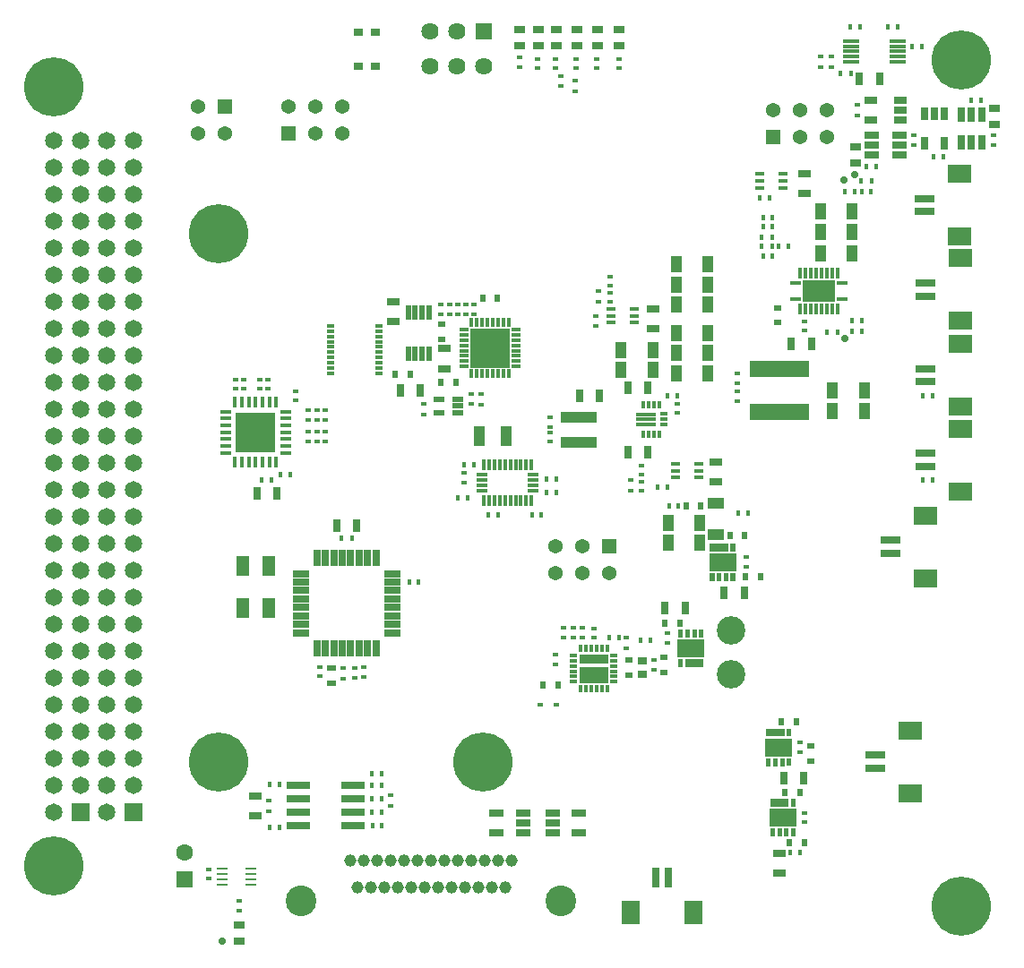
<source format=gts>
G04*
G04 #@! TF.GenerationSoftware,Altium Limited,Altium Designer,19.1.5 (86)*
G04*
G04 Layer_Color=8388736*
%FSLAX44Y44*%
%MOMM*%
G71*
G01*
G75*
%ADD21R,1.0000X1.6000*%
%ADD22R,0.8000X1.3000*%
%ADD23R,1.1112X0.2540*%
%ADD24R,1.6000X1.0000*%
%ADD25R,0.4500X0.6000*%
%ADD26R,0.4000X0.6000*%
%ADD27R,0.6000X0.8000*%
%ADD28R,1.3000X0.8000*%
%ADD32R,0.6000X0.4000*%
%ADD40R,0.8000X0.6000*%
%ADD41R,0.6000X0.4500*%
%ADD43R,0.5032X0.3556*%
%ADD48R,0.9000X0.5000*%
%ADD51R,0.7000X1.3000*%
%ADD57R,1.3000X0.7000*%
%ADD79R,0.4016X0.7016*%
%ADD80R,1.7016X0.7016*%
%ADD81R,2.5016X1.7016*%
%ADD82R,0.8016X1.9016*%
%ADD83R,1.7016X2.3016*%
%ADD84R,0.3616X1.0016*%
%ADD85R,1.0016X0.3616*%
%ADD86R,3.0516X2.0516*%
%ADD87C,0.7016*%
%ADD88R,0.9016X0.6516*%
%ADD89R,1.2016X0.7016*%
%ADD90R,0.8516X0.8016*%
%ADD91R,1.1416X0.4316*%
%ADD92R,0.4316X1.1416*%
%ADD93R,3.8016X3.8016*%
%ADD94R,2.3016X0.7016*%
%ADD95R,5.6016X1.5316*%
%ADD96R,1.0016X0.8016*%
%ADD97R,1.3716X0.6604*%
%ADD98R,1.5516X0.4016*%
%ADD99R,0.7016X1.2016*%
%ADD100R,0.6604X1.3716*%
%ADD101R,0.9416X0.3616*%
%ADD102R,0.3616X0.9416*%
%ADD103R,3.7016X3.7016*%
%ADD104R,0.5516X1.4516*%
%ADD105R,1.1016X0.5716*%
%ADD106R,1.1016X0.3516*%
%ADD107R,0.3516X1.1016*%
%ADD108R,3.5016X1.0816*%
%ADD109R,0.8016X0.4016*%
%ADD110R,1.9016X0.8016*%
%ADD111R,2.3016X1.7016*%
%ADD112R,1.3216X0.7016*%
%ADD113R,1.3016X1.9016*%
%ADD114R,1.6016X0.6516*%
%ADD115R,0.6516X1.6016*%
%ADD116R,1.1016X1.9016*%
%ADD117R,0.9516X0.4516*%
%ADD118R,0.3416X0.7016*%
%ADD119R,0.7016X0.3416*%
%ADD120R,1.8916X0.3216*%
%ADD121R,2.8016X0.9516*%
%ADD122R,2.8016X1.5516*%
%ADD123R,0.3416X0.6766*%
%ADD124R,0.6766X0.3416*%
%ADD125C,1.1684*%
%ADD126C,2.8956*%
%ADD127C,1.3716*%
%ADD128R,1.3716X1.3716*%
%ADD129R,1.6256X1.6256*%
%ADD130C,1.6256*%
%ADD131C,2.6924*%
%ADD132R,1.6516X1.6516*%
%ADD133C,1.6516*%
%ADD134C,0.1016*%
%ADD135C,1.6016*%
%ADD136R,1.6016X1.6016*%
%ADD137C,5.6016*%
G36*
X745549Y144927D02*
X741140D01*
Y152320D01*
X745549D01*
Y144927D01*
D02*
G37*
G36*
X739043Y144925D02*
X721640D01*
Y152320D01*
X739043D01*
Y144925D01*
D02*
G37*
G36*
X745542Y116917D02*
X741140D01*
Y124320D01*
X745542D01*
Y116917D01*
D02*
G37*
G36*
X739048Y116894D02*
X734640D01*
Y124320D01*
X739048D01*
Y116894D01*
D02*
G37*
G36*
X726028Y116893D02*
X721640D01*
Y124320D01*
X726028D01*
Y116893D01*
D02*
G37*
G36*
X732538Y116889D02*
X728140D01*
Y124320D01*
X732538D01*
Y116889D01*
D02*
G37*
G36*
X741621Y211149D02*
X737213D01*
Y218542D01*
X741621D01*
Y211149D01*
D02*
G37*
G36*
X735115Y211147D02*
X717712D01*
Y218542D01*
X735115D01*
Y211147D01*
D02*
G37*
G36*
X741615Y183138D02*
X737213D01*
Y190541D01*
X741615D01*
Y183138D01*
D02*
G37*
G36*
X735121Y183115D02*
X730713D01*
Y190541D01*
X735121D01*
Y183115D01*
D02*
G37*
G36*
X722101Y183114D02*
X717712D01*
Y190541D01*
X722101D01*
Y183114D01*
D02*
G37*
G36*
X728611Y183111D02*
X724212D01*
Y190541D01*
X728611D01*
Y183111D01*
D02*
G37*
G36*
X658634Y304984D02*
X654246D01*
Y312411D01*
X658634D01*
Y304984D01*
D02*
G37*
G36*
X652134D02*
X647736D01*
Y312415D01*
X652134D01*
Y304984D01*
D02*
G37*
G36*
X645634D02*
X641226D01*
Y312410D01*
X645634D01*
Y304984D01*
D02*
G37*
G36*
X639134D02*
X634732D01*
Y312387D01*
X639134D01*
Y304984D01*
D02*
G37*
G36*
X658634Y276984D02*
X641231D01*
Y284379D01*
X658634D01*
Y276984D01*
D02*
G37*
G36*
X639134D02*
X634725D01*
Y284377D01*
X639134D01*
Y276984D01*
D02*
G37*
G36*
X688478Y386227D02*
X684070D01*
Y393620D01*
X688478D01*
Y386227D01*
D02*
G37*
G36*
X681972Y386225D02*
X664570D01*
Y393620D01*
X681972D01*
Y386225D01*
D02*
G37*
G36*
X688472Y358217D02*
X684070D01*
Y365620D01*
X688472D01*
Y358217D01*
D02*
G37*
G36*
X681978Y358194D02*
X677570D01*
Y365620D01*
X681978D01*
Y358194D01*
D02*
G37*
G36*
X668958Y358193D02*
X664570D01*
Y365620D01*
X668958D01*
Y358193D01*
D02*
G37*
G36*
X675468Y358189D02*
X671070D01*
Y365620D01*
X675468D01*
Y358189D01*
D02*
G37*
D21*
X655080Y394138D02*
D03*
X625080D02*
D03*
X655080Y413258D02*
D03*
X625080D02*
D03*
X662616Y657338D02*
D03*
X632616D02*
D03*
X662616Y638275D02*
D03*
X632616D02*
D03*
X662616Y619212D02*
D03*
X632616D02*
D03*
X580630Y576250D02*
D03*
X610630D02*
D03*
X580630Y557700D02*
D03*
X610630D02*
D03*
X799133Y687914D02*
D03*
X769133D02*
D03*
X799133Y668169D02*
D03*
X769133D02*
D03*
X799133Y707659D02*
D03*
X769133D02*
D03*
X632616Y592813D02*
D03*
X662616D02*
D03*
X632616Y573750D02*
D03*
X662616D02*
D03*
X632616Y554687D02*
D03*
X662616D02*
D03*
X780465Y518411D02*
D03*
X810465D02*
D03*
X780465Y538168D02*
D03*
X810465D02*
D03*
D22*
X824840Y833120D02*
D03*
X805840D02*
D03*
X372046Y538374D02*
D03*
X391046D02*
D03*
X236359Y440704D02*
D03*
X255359D02*
D03*
X605751Y540690D02*
D03*
X586751D02*
D03*
X330748Y410718D02*
D03*
X311748D02*
D03*
X734472Y171744D02*
D03*
X753472D02*
D03*
X605751Y479730D02*
D03*
X586751D02*
D03*
X677824Y347050D02*
D03*
X696824D02*
D03*
X640944Y332204D02*
D03*
X621944D02*
D03*
D23*
X230924Y71240D02*
D03*
Y76240D02*
D03*
Y81240D02*
D03*
Y86240D02*
D03*
X203924D02*
D03*
Y81240D02*
D03*
Y76240D02*
D03*
Y71240D02*
D03*
D24*
X669828Y401560D02*
D03*
Y431560D02*
D03*
D25*
X690894Y422640D02*
D03*
X700894D02*
D03*
X240446Y453404D02*
D03*
X250446D02*
D03*
X798553Y604187D02*
D03*
X808553D02*
D03*
X798553Y594027D02*
D03*
X808553D02*
D03*
X785360Y593217D02*
D03*
X775360D02*
D03*
X797994Y838200D02*
D03*
X787994D02*
D03*
X614760Y446859D02*
D03*
X624760D02*
D03*
X721304Y720700D02*
D03*
X711304D02*
D03*
X316248Y398780D02*
D03*
X326248D02*
D03*
X875444Y759460D02*
D03*
X885444D02*
D03*
X431880Y467900D02*
D03*
X441880D02*
D03*
X454804Y421000D02*
D03*
X464804D02*
D03*
X807137Y736600D02*
D03*
X817137D02*
D03*
X713633Y674208D02*
D03*
X723633D02*
D03*
X713633Y682797D02*
D03*
X723633D02*
D03*
D26*
X625968Y429260D02*
D03*
X634968D02*
D03*
X740784Y101600D02*
D03*
X749784D02*
D03*
X821440Y750206D02*
D03*
X812440D02*
D03*
X797244Y881700D02*
D03*
X806244D02*
D03*
X258950Y458400D02*
D03*
X267950D02*
D03*
X380248Y357104D02*
D03*
X389248D02*
D03*
X354034Y176144D02*
D03*
X345034D02*
D03*
Y164714D02*
D03*
X354034D02*
D03*
Y152014D02*
D03*
X345034D02*
D03*
X354044Y139834D02*
D03*
X345044D02*
D03*
X345614Y126614D02*
D03*
X354614D02*
D03*
X257514Y165984D02*
D03*
X248514D02*
D03*
X257514Y125344D02*
D03*
X248514D02*
D03*
X841804Y881700D02*
D03*
X832804D02*
D03*
X864544Y863600D02*
D03*
X855544D02*
D03*
X911424Y812800D02*
D03*
X920424D02*
D03*
X510104Y454277D02*
D03*
X519104D02*
D03*
X569489Y304264D02*
D03*
X578489D02*
D03*
X608004Y301724D02*
D03*
X599004D02*
D03*
X865704Y453400D02*
D03*
X874704D02*
D03*
X865704Y533400D02*
D03*
X874704D02*
D03*
X426284Y436880D02*
D03*
X435284D02*
D03*
X505354Y421000D02*
D03*
X496354D02*
D03*
X519104Y441960D02*
D03*
X510104D02*
D03*
X807940Y726440D02*
D03*
X816940D02*
D03*
X723883Y693237D02*
D03*
X714883D02*
D03*
X723883Y665619D02*
D03*
X714883D02*
D03*
X738630Y674208D02*
D03*
X729630D02*
D03*
X792397Y726440D02*
D03*
X801397D02*
D03*
X723883Y701826D02*
D03*
X714883D02*
D03*
X624404Y533400D02*
D03*
X633404D02*
D03*
D27*
X642030Y429260D02*
D03*
X656030D02*
D03*
X753876Y110980D02*
D03*
X739876D02*
D03*
X749456Y158280D02*
D03*
X735456D02*
D03*
X712371Y361920D02*
D03*
X698371D02*
D03*
X449720Y625280D02*
D03*
X463720D02*
D03*
X367334Y553324D02*
D03*
X381334D02*
D03*
X424514Y545778D02*
D03*
X410514D02*
D03*
X745972Y225084D02*
D03*
X731972D02*
D03*
X697399Y401320D02*
D03*
X683399D02*
D03*
X621904Y318044D02*
D03*
X635904D02*
D03*
X506884Y259708D02*
D03*
X520884D02*
D03*
D28*
X730340Y100940D02*
D03*
Y81940D02*
D03*
X235234Y136164D02*
D03*
Y155164D02*
D03*
X365500Y622148D02*
D03*
Y603148D02*
D03*
X413330Y558748D02*
D03*
Y577748D02*
D03*
D32*
X753876Y138920D02*
D03*
Y129920D02*
D03*
X699304Y380620D02*
D03*
Y371620D02*
D03*
X301390Y519664D02*
D03*
Y510664D02*
D03*
X272978Y528660D02*
D03*
Y537660D02*
D03*
X215908Y548699D02*
D03*
Y539699D02*
D03*
X223528Y548699D02*
D03*
Y539699D02*
D03*
X239060Y548699D02*
D03*
Y539699D02*
D03*
X246680Y548699D02*
D03*
Y539699D02*
D03*
X292958Y510704D02*
D03*
Y519704D02*
D03*
X284814Y510744D02*
D03*
Y519744D02*
D03*
X292958Y490383D02*
D03*
Y499383D02*
D03*
X284814Y490384D02*
D03*
Y499384D02*
D03*
X301390Y490344D02*
D03*
Y499344D02*
D03*
X296198Y267864D02*
D03*
Y276864D02*
D03*
X337378Y267264D02*
D03*
Y276264D02*
D03*
X690270Y554379D02*
D03*
Y545379D02*
D03*
Y537179D02*
D03*
Y528179D02*
D03*
X753910Y594628D02*
D03*
Y603628D02*
D03*
X518832Y851973D02*
D03*
Y842973D02*
D03*
X501527Y851973D02*
D03*
Y842973D02*
D03*
X484509Y852973D02*
D03*
Y843973D02*
D03*
X538443Y851973D02*
D03*
Y842973D02*
D03*
X557780Y851973D02*
D03*
Y842973D02*
D03*
X578595Y851973D02*
D03*
Y842973D02*
D03*
X523403Y835080D02*
D03*
Y826080D02*
D03*
X857504Y779460D02*
D03*
Y770460D02*
D03*
X932180Y770300D02*
D03*
Y779300D02*
D03*
X513649Y512871D02*
D03*
Y503871D02*
D03*
Y498700D02*
D03*
Y489700D02*
D03*
X438904Y525499D02*
D03*
Y534499D02*
D03*
X441706Y610590D02*
D03*
Y619590D02*
D03*
X433832D02*
D03*
Y610590D02*
D03*
X426281Y619590D02*
D03*
Y610590D02*
D03*
X418473Y619590D02*
D03*
Y610590D02*
D03*
X410464Y619590D02*
D03*
Y610590D02*
D03*
X624654Y299734D02*
D03*
Y308734D02*
D03*
X750093Y196341D02*
D03*
Y205341D02*
D03*
X554864Y304234D02*
D03*
Y313234D02*
D03*
X611767Y274364D02*
D03*
Y283364D02*
D03*
X570484Y630876D02*
D03*
Y621876D02*
D03*
X633730Y525728D02*
D03*
Y516728D02*
D03*
X570484Y645950D02*
D03*
Y636950D02*
D03*
X599484Y452302D02*
D03*
Y443302D02*
D03*
X599520Y467536D02*
D03*
Y458536D02*
D03*
X190500Y85740D02*
D03*
Y76740D02*
D03*
X219649Y55400D02*
D03*
Y46400D02*
D03*
D40*
X728252Y616288D02*
D03*
Y602288D02*
D03*
X410972Y600598D02*
D03*
Y586598D02*
D03*
X759613Y202104D02*
D03*
Y188104D02*
D03*
X621284Y285868D02*
D03*
Y271868D02*
D03*
X588264Y283324D02*
D03*
Y269324D02*
D03*
D41*
X804164Y798373D02*
D03*
Y808373D02*
D03*
X328508Y276124D02*
D03*
Y266124D02*
D03*
X317782Y275564D02*
D03*
Y265564D02*
D03*
X362844Y145664D02*
D03*
Y155664D02*
D03*
X247904Y140724D02*
D03*
Y150724D02*
D03*
X779034Y853758D02*
D03*
Y843758D02*
D03*
X768874Y853758D02*
D03*
Y843758D02*
D03*
X537188Y820983D02*
D03*
Y830983D02*
D03*
X556260Y598981D02*
D03*
Y608981D02*
D03*
X448048Y534999D02*
D03*
Y524999D02*
D03*
X393768Y515828D02*
D03*
Y525828D02*
D03*
X518964Y288944D02*
D03*
Y278944D02*
D03*
X585724Y304734D02*
D03*
Y294734D02*
D03*
X526570Y314344D02*
D03*
Y304344D02*
D03*
X535739Y314344D02*
D03*
Y304344D02*
D03*
X544364Y314344D02*
D03*
Y304344D02*
D03*
X432364Y460780D02*
D03*
Y450780D02*
D03*
X559054Y622126D02*
D03*
Y632126D02*
D03*
X590098Y443552D02*
D03*
Y453552D02*
D03*
D43*
X519581Y241272D02*
D03*
X504547D02*
D03*
D48*
X307238Y261184D02*
D03*
Y276184D02*
D03*
D51*
X741324Y582510D02*
D03*
X760324D02*
D03*
X541089Y533451D02*
D03*
X560089D02*
D03*
D57*
X610713Y596675D02*
D03*
Y615675D02*
D03*
X753910Y724248D02*
D03*
Y743248D02*
D03*
X669828Y451904D02*
D03*
Y470904D02*
D03*
D79*
X723840Y120620D02*
D03*
X730340D02*
D03*
X736840D02*
D03*
X743340D02*
D03*
Y148620D02*
D03*
X719912Y186842D02*
D03*
X726413D02*
D03*
X732913D02*
D03*
X739413D02*
D03*
Y214841D02*
D03*
X666770Y361920D02*
D03*
X673270D02*
D03*
X679770D02*
D03*
X686270D02*
D03*
Y389920D02*
D03*
X656434Y308684D02*
D03*
X649934D02*
D03*
X643434D02*
D03*
X636934D02*
D03*
Y280684D02*
D03*
D80*
X730340Y148620D02*
D03*
X726413Y214841D02*
D03*
X673270Y389920D02*
D03*
X649934Y280684D02*
D03*
D81*
X733590Y134620D02*
D03*
X729662Y200842D02*
D03*
X676520Y375920D02*
D03*
X646684Y294684D02*
D03*
D82*
X613030Y77380D02*
D03*
X625530D02*
D03*
D83*
X589530Y44380D02*
D03*
X649030D02*
D03*
D84*
X784863Y615418D02*
D03*
X749863Y649118D02*
D03*
Y615418D02*
D03*
X754863D02*
D03*
X759863D02*
D03*
X764863D02*
D03*
X769863D02*
D03*
X774863D02*
D03*
X779863D02*
D03*
X784863Y649118D02*
D03*
X779863D02*
D03*
X774863D02*
D03*
X769863D02*
D03*
X764863D02*
D03*
X759863D02*
D03*
X754863D02*
D03*
D85*
X789212Y624768D02*
D03*
X745513Y639768D02*
D03*
Y624768D02*
D03*
X789212Y639768D02*
D03*
D86*
X767363Y632268D02*
D03*
D87*
X791000Y736900D02*
D03*
X801060Y742380D02*
D03*
X791708Y587714D02*
D03*
X203924Y18000D02*
D03*
D88*
X600964Y282574D02*
D03*
Y270074D02*
D03*
D89*
X816940Y793873D02*
D03*
Y812873D02*
D03*
X844940D02*
D03*
Y803373D02*
D03*
Y793873D02*
D03*
D90*
X348728Y877060D02*
D03*
Y845060D02*
D03*
X332228D02*
D03*
Y877060D02*
D03*
D91*
X263450Y479214D02*
D03*
Y485714D02*
D03*
Y492214D02*
D03*
Y498714D02*
D03*
Y505214D02*
D03*
Y511714D02*
D03*
Y518214D02*
D03*
X206750D02*
D03*
Y511714D02*
D03*
Y505214D02*
D03*
Y498714D02*
D03*
Y492214D02*
D03*
Y485714D02*
D03*
Y479214D02*
D03*
D92*
X215600Y470364D02*
D03*
X222100D02*
D03*
X228600D02*
D03*
X235100D02*
D03*
X241600D02*
D03*
X248100D02*
D03*
X254600D02*
D03*
Y527064D02*
D03*
X248100D02*
D03*
X241600D02*
D03*
X235100D02*
D03*
X228600D02*
D03*
X222100D02*
D03*
X215600D02*
D03*
D93*
X235100Y498714D02*
D03*
D94*
X275274Y152014D02*
D03*
X327274D02*
D03*
X275274Y164714D02*
D03*
Y139314D02*
D03*
Y126614D02*
D03*
X327274Y164714D02*
D03*
Y139314D02*
D03*
Y126614D02*
D03*
D95*
X730504Y518280D02*
D03*
Y558680D02*
D03*
D96*
X538998Y864163D02*
D03*
Y879163D02*
D03*
X519489Y864163D02*
D03*
Y879163D02*
D03*
X502285Y864163D02*
D03*
Y879163D02*
D03*
X484761Y864163D02*
D03*
Y879163D02*
D03*
X558233Y864163D02*
D03*
Y879163D02*
D03*
X578947Y864163D02*
D03*
Y879163D02*
D03*
X933704Y789730D02*
D03*
Y804730D02*
D03*
X219649Y33000D02*
D03*
Y18000D02*
D03*
X801853Y768446D02*
D03*
Y753446D02*
D03*
D97*
X817790Y760795D02*
D03*
Y770193D02*
D03*
Y779591D02*
D03*
X843698D02*
D03*
Y770193D02*
D03*
Y760795D02*
D03*
D98*
X841994Y848758D02*
D03*
Y853758D02*
D03*
Y858758D02*
D03*
Y863758D02*
D03*
Y868758D02*
D03*
X797994Y848758D02*
D03*
Y853758D02*
D03*
Y858758D02*
D03*
Y863758D02*
D03*
Y868758D02*
D03*
D99*
X886444Y772216D02*
D03*
X867444D02*
D03*
Y800216D02*
D03*
X876944D02*
D03*
X886444D02*
D03*
D100*
X921242Y773066D02*
D03*
X911844D02*
D03*
X902446D02*
D03*
Y798974D02*
D03*
X911844D02*
D03*
X921242D02*
D03*
D101*
X481070Y560908D02*
D03*
Y565908D02*
D03*
Y570908D02*
D03*
Y575908D02*
D03*
Y580908D02*
D03*
Y585908D02*
D03*
Y590908D02*
D03*
Y595908D02*
D03*
X432370D02*
D03*
Y590908D02*
D03*
Y585908D02*
D03*
Y580908D02*
D03*
Y575908D02*
D03*
Y570908D02*
D03*
Y565908D02*
D03*
Y560908D02*
D03*
D102*
X439220Y554058D02*
D03*
X444220D02*
D03*
X449220D02*
D03*
X454220D02*
D03*
X459220D02*
D03*
X464220D02*
D03*
X469220D02*
D03*
X474220D02*
D03*
Y602758D02*
D03*
X469220D02*
D03*
X464220D02*
D03*
X459220D02*
D03*
X454220D02*
D03*
X449220D02*
D03*
X444220D02*
D03*
X439220D02*
D03*
D103*
X456720Y578408D02*
D03*
D104*
X379500Y572640D02*
D03*
X386000D02*
D03*
X392500D02*
D03*
X399000D02*
D03*
X379500Y612140D02*
D03*
X386000D02*
D03*
X392500D02*
D03*
X399000D02*
D03*
D105*
X426572Y517200D02*
D03*
Y530200D02*
D03*
X408572Y517200D02*
D03*
Y530200D02*
D03*
X426572Y523700D02*
D03*
D106*
X497404Y458400D02*
D03*
Y453400D02*
D03*
Y448400D02*
D03*
Y443400D02*
D03*
X449404Y458400D02*
D03*
Y453400D02*
D03*
Y448400D02*
D03*
Y443400D02*
D03*
D107*
X450904Y433900D02*
D03*
X455904D02*
D03*
X460904D02*
D03*
X465904D02*
D03*
X470904D02*
D03*
X475904D02*
D03*
X480904D02*
D03*
X485904D02*
D03*
X490904D02*
D03*
X495904D02*
D03*
Y467900D02*
D03*
X490904D02*
D03*
X485904D02*
D03*
X480904D02*
D03*
X475904D02*
D03*
X470904D02*
D03*
X465904D02*
D03*
X460904D02*
D03*
X455904D02*
D03*
X450904D02*
D03*
D108*
X540428Y512593D02*
D03*
Y488893D02*
D03*
D109*
X351900Y599400D02*
D03*
X305900D02*
D03*
X351900Y594400D02*
D03*
X305900D02*
D03*
X351900Y589400D02*
D03*
X305900D02*
D03*
X351900Y584400D02*
D03*
X305900D02*
D03*
X351900Y579400D02*
D03*
X305900D02*
D03*
X351900Y574400D02*
D03*
X305900D02*
D03*
X351900Y569400D02*
D03*
X305900D02*
D03*
X351900Y564400D02*
D03*
X305900D02*
D03*
X351900Y559400D02*
D03*
X305900D02*
D03*
X351900Y554400D02*
D03*
X305900D02*
D03*
D110*
X867340Y707248D02*
D03*
Y719748D02*
D03*
X868070Y627481D02*
D03*
Y639981D02*
D03*
Y559011D02*
D03*
Y546511D02*
D03*
Y478766D02*
D03*
Y466266D02*
D03*
X834984Y396680D02*
D03*
Y384180D02*
D03*
X820440Y193480D02*
D03*
Y180980D02*
D03*
D111*
X900340Y683748D02*
D03*
Y743248D02*
D03*
X901070Y603981D02*
D03*
Y663481D02*
D03*
Y582510D02*
D03*
Y523011D02*
D03*
Y502266D02*
D03*
Y442766D02*
D03*
X867984Y420180D02*
D03*
Y360680D02*
D03*
X853440Y216980D02*
D03*
Y157480D02*
D03*
D112*
X462849Y119736D02*
D03*
Y138736D02*
D03*
X487749D02*
D03*
Y129236D02*
D03*
Y119736D02*
D03*
X540770Y138720D02*
D03*
Y119720D02*
D03*
X515870D02*
D03*
Y129220D02*
D03*
Y138720D02*
D03*
D113*
X247228Y372344D02*
D03*
Y332344D02*
D03*
X223228D02*
D03*
Y372344D02*
D03*
D114*
X364068Y365104D02*
D03*
Y357104D02*
D03*
Y349104D02*
D03*
Y341104D02*
D03*
Y333104D02*
D03*
Y325104D02*
D03*
Y317104D02*
D03*
Y309104D02*
D03*
X278068D02*
D03*
Y317104D02*
D03*
Y325104D02*
D03*
Y333104D02*
D03*
Y341104D02*
D03*
Y349104D02*
D03*
Y357104D02*
D03*
Y365104D02*
D03*
D115*
X349068Y294104D02*
D03*
X341068D02*
D03*
X333068D02*
D03*
X325068D02*
D03*
X317068D02*
D03*
X309068D02*
D03*
X301068D02*
D03*
X293068D02*
D03*
Y380104D02*
D03*
X301068D02*
D03*
X309068D02*
D03*
X317068D02*
D03*
X325068D02*
D03*
X333068D02*
D03*
X341068D02*
D03*
X349068D02*
D03*
D116*
X471678Y495050D02*
D03*
X446678D02*
D03*
D117*
X571255Y615374D02*
D03*
Y608875D02*
D03*
Y602374D02*
D03*
X593255D02*
D03*
Y608875D02*
D03*
Y615374D02*
D03*
X632434Y468780D02*
D03*
Y462280D02*
D03*
Y455780D02*
D03*
X654434D02*
D03*
Y462280D02*
D03*
Y468780D02*
D03*
X711590Y742788D02*
D03*
Y736288D02*
D03*
Y729788D02*
D03*
X733590D02*
D03*
Y736288D02*
D03*
Y742788D02*
D03*
D118*
X601951Y524885D02*
D03*
X606951D02*
D03*
X611951D02*
D03*
X616951D02*
D03*
Y496885D02*
D03*
X611951D02*
D03*
X606951D02*
D03*
X601951D02*
D03*
D119*
X620951Y515885D02*
D03*
Y510885D02*
D03*
Y505885D02*
D03*
D120*
X603901Y505985D02*
D03*
Y510885D02*
D03*
Y515785D02*
D03*
D121*
X554864Y284553D02*
D03*
D122*
Y269053D02*
D03*
D123*
X567364Y256178D02*
D03*
X562364D02*
D03*
X557364D02*
D03*
X552364D02*
D03*
X547364D02*
D03*
X542364D02*
D03*
Y294428D02*
D03*
X547364D02*
D03*
X552364D02*
D03*
X557364D02*
D03*
X562364D02*
D03*
X567364D02*
D03*
D124*
X535739Y262803D02*
D03*
Y267803D02*
D03*
Y272803D02*
D03*
Y277803D02*
D03*
Y282803D02*
D03*
Y287803D02*
D03*
X573989D02*
D03*
Y282803D02*
D03*
Y277803D02*
D03*
Y272803D02*
D03*
Y267803D02*
D03*
Y262803D02*
D03*
D125*
X331154Y68800D02*
D03*
X343854D02*
D03*
X356554D02*
D03*
X369254D02*
D03*
X381954D02*
D03*
X394654D02*
D03*
X407354D02*
D03*
X420054D02*
D03*
X432754D02*
D03*
X445454D02*
D03*
X458154D02*
D03*
X470854D02*
D03*
X324804Y94200D02*
D03*
X337504D02*
D03*
X350204D02*
D03*
X362904D02*
D03*
X375604D02*
D03*
X388304D02*
D03*
X401004D02*
D03*
X413704D02*
D03*
X426404D02*
D03*
X439104D02*
D03*
X451804D02*
D03*
X464504D02*
D03*
X477204D02*
D03*
D126*
X523559Y56100D02*
D03*
X278449D02*
D03*
D127*
X774700Y777973D02*
D03*
Y803373D02*
D03*
X749300Y777973D02*
D03*
Y803373D02*
D03*
X723900D02*
D03*
X180340Y806573D02*
D03*
Y781173D02*
D03*
X205740D02*
D03*
X266534Y806573D02*
D03*
X291934D02*
D03*
Y781173D02*
D03*
X317334Y806573D02*
D03*
Y781173D02*
D03*
X518964Y391160D02*
D03*
Y365760D02*
D03*
X544364Y391160D02*
D03*
Y365760D02*
D03*
X569764D02*
D03*
D128*
X723900Y777973D02*
D03*
X205740Y806573D02*
D03*
X266534Y781173D02*
D03*
X569764Y391160D02*
D03*
D129*
X451104Y877570D02*
D03*
D130*
X425704D02*
D03*
X400304D02*
D03*
X451104Y844550D02*
D03*
X425704D02*
D03*
X400304D02*
D03*
D131*
X684850Y311590D02*
D03*
Y269680D02*
D03*
D132*
X70104Y139800D02*
D03*
X119604D02*
D03*
D133*
X70104Y165200D02*
D03*
Y190600D02*
D03*
Y216000D02*
D03*
Y241400D02*
D03*
Y266800D02*
D03*
Y292200D02*
D03*
Y317600D02*
D03*
Y343000D02*
D03*
Y368400D02*
D03*
Y393800D02*
D03*
Y419200D02*
D03*
Y444600D02*
D03*
Y470000D02*
D03*
Y495400D02*
D03*
Y520800D02*
D03*
Y546200D02*
D03*
Y571600D02*
D03*
Y597000D02*
D03*
Y622400D02*
D03*
Y647800D02*
D03*
Y673200D02*
D03*
Y698600D02*
D03*
Y724000D02*
D03*
Y749400D02*
D03*
Y774800D02*
D03*
X44704Y139800D02*
D03*
Y165200D02*
D03*
Y190600D02*
D03*
Y216000D02*
D03*
Y241400D02*
D03*
Y266800D02*
D03*
Y292200D02*
D03*
Y317600D02*
D03*
Y343000D02*
D03*
Y368400D02*
D03*
Y393800D02*
D03*
Y419200D02*
D03*
Y444600D02*
D03*
Y470000D02*
D03*
Y495400D02*
D03*
Y520800D02*
D03*
Y546200D02*
D03*
Y571600D02*
D03*
Y597000D02*
D03*
Y622400D02*
D03*
Y647800D02*
D03*
Y673200D02*
D03*
Y698600D02*
D03*
Y724000D02*
D03*
Y749400D02*
D03*
Y774800D02*
D03*
X119604Y165200D02*
D03*
Y190600D02*
D03*
Y216000D02*
D03*
Y241400D02*
D03*
Y266800D02*
D03*
Y292200D02*
D03*
Y317600D02*
D03*
Y343000D02*
D03*
Y368400D02*
D03*
Y393800D02*
D03*
Y419200D02*
D03*
Y444600D02*
D03*
Y470000D02*
D03*
Y495400D02*
D03*
Y520800D02*
D03*
Y546200D02*
D03*
Y571600D02*
D03*
Y597000D02*
D03*
Y622400D02*
D03*
Y647800D02*
D03*
Y673200D02*
D03*
Y698600D02*
D03*
Y724000D02*
D03*
Y749400D02*
D03*
Y774800D02*
D03*
X94204Y139800D02*
D03*
Y165200D02*
D03*
Y190600D02*
D03*
Y216000D02*
D03*
Y241400D02*
D03*
Y266800D02*
D03*
Y292200D02*
D03*
Y317600D02*
D03*
Y343000D02*
D03*
Y368400D02*
D03*
Y393800D02*
D03*
Y419200D02*
D03*
Y444600D02*
D03*
Y470000D02*
D03*
Y495400D02*
D03*
Y520800D02*
D03*
Y546200D02*
D03*
Y571600D02*
D03*
Y597000D02*
D03*
Y622400D02*
D03*
Y647800D02*
D03*
Y673200D02*
D03*
Y698600D02*
D03*
Y724000D02*
D03*
Y749400D02*
D03*
Y774800D02*
D03*
D134*
X328900Y608900D02*
D03*
Y544900D02*
D03*
D135*
X167864Y101384D02*
D03*
D136*
Y75984D02*
D03*
D137*
X902004Y50800D02*
D03*
Y850900D02*
D03*
X200000Y186700D02*
D03*
X450000D02*
D03*
X200000Y686700D02*
D03*
X44704Y825500D02*
D03*
Y88900D02*
D03*
M02*

</source>
